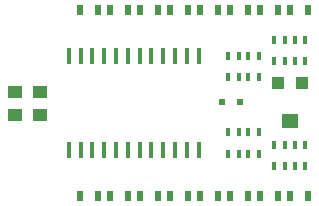
<source format=gtp>
G04 (created by PCBNEW (2013-07-05 BZR 4237)-testing) date Mon 08 Jul 2013 09:02:46 PM CEST*
%MOIN*%
G04 Gerber Fmt 3.4, Leading zero omitted, Abs format*
%FSLAX34Y34*%
G01*
G70*
G90*
G04 APERTURE LIST*
%ADD10C,0.005906*%
%ADD11R,0.023622X0.035433*%
%ADD12R,0.051126X0.043226*%
%ADD13R,0.039326X0.039326*%
%ADD14R,0.055126X0.051226*%
%ADD15R,0.023526X0.023526*%
%ADD16R,0.017726X0.055126*%
%ADD17R,0.017717X0.031496*%
%ADD18R,0.011811X0.031496*%
G04 APERTURE END LIST*
G54D10*
G54D11*
X61795Y-41900D03*
X61205Y-41900D03*
X62795Y-41900D03*
X62205Y-41900D03*
X60795Y-41900D03*
X60205Y-41900D03*
X63795Y-41900D03*
X63205Y-41900D03*
X64795Y-41900D03*
X64205Y-41900D03*
X65795Y-41900D03*
X65205Y-41900D03*
X66795Y-41900D03*
X66205Y-41900D03*
X66795Y-48100D03*
X66205Y-48100D03*
X59795Y-48100D03*
X59205Y-48100D03*
X60795Y-48100D03*
X60205Y-48100D03*
X61795Y-48100D03*
X61205Y-48100D03*
X62795Y-48100D03*
X62205Y-48100D03*
X65795Y-48100D03*
X65205Y-48100D03*
X63795Y-48100D03*
X63205Y-48100D03*
X64795Y-48100D03*
X64205Y-48100D03*
G54D12*
X57875Y-44651D03*
X57875Y-45399D03*
X57050Y-44651D03*
X57050Y-45399D03*
G54D13*
X66594Y-44330D03*
X65806Y-44330D03*
G54D14*
X66200Y-45610D03*
G54D15*
X64547Y-44977D03*
X63957Y-44977D03*
G54D16*
X58835Y-46575D03*
X59228Y-46575D03*
X59622Y-46575D03*
X60016Y-46575D03*
X60409Y-46575D03*
X60803Y-46575D03*
X61197Y-46575D03*
X61591Y-46575D03*
X61984Y-46575D03*
X62378Y-46575D03*
X62772Y-46575D03*
X63165Y-46575D03*
X63165Y-43425D03*
X62772Y-43425D03*
X62378Y-43425D03*
X61984Y-43425D03*
X61591Y-43425D03*
X61197Y-43425D03*
X60803Y-43425D03*
X60409Y-43425D03*
X60016Y-43425D03*
X59622Y-43425D03*
X59228Y-43425D03*
X58835Y-43425D03*
G54D11*
X59795Y-41900D03*
X59205Y-41900D03*
G54D17*
X64143Y-45984D03*
G54D18*
X64507Y-45984D03*
X64822Y-45984D03*
G54D17*
X65187Y-45984D03*
X64143Y-46692D03*
G54D18*
X64507Y-46692D03*
X64822Y-46692D03*
G54D17*
X65187Y-46692D03*
X65679Y-46397D03*
G54D18*
X66043Y-46397D03*
X66358Y-46397D03*
G54D17*
X66722Y-46397D03*
X65679Y-47106D03*
G54D18*
X66043Y-47106D03*
X66358Y-47106D03*
G54D17*
X66722Y-47106D03*
X66722Y-43602D03*
G54D18*
X66358Y-43602D03*
X66043Y-43602D03*
G54D17*
X65679Y-43602D03*
X66722Y-42893D03*
G54D18*
X66358Y-42893D03*
X66043Y-42893D03*
G54D17*
X65679Y-42893D03*
X65187Y-44133D03*
G54D18*
X64822Y-44133D03*
X64507Y-44133D03*
G54D17*
X64143Y-44133D03*
X65187Y-43425D03*
G54D18*
X64822Y-43425D03*
X64507Y-43425D03*
G54D17*
X64143Y-43425D03*
M02*

</source>
